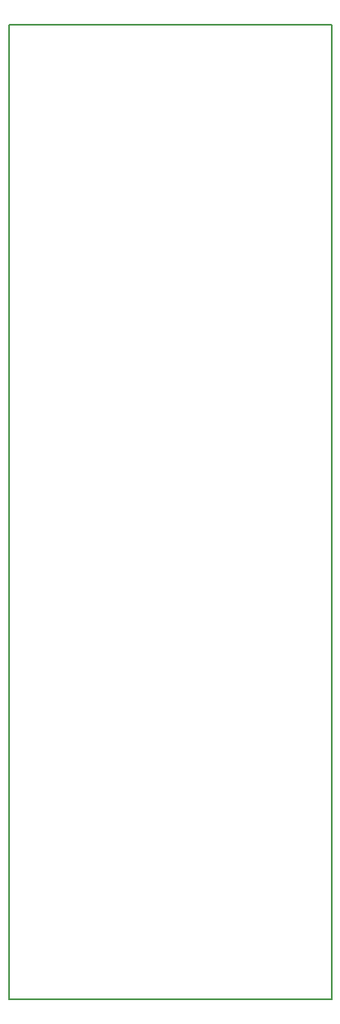
<source format=gm1>
G04 #@! TF.GenerationSoftware,KiCad,Pcbnew,(5.0.0)*
G04 #@! TF.CreationDate,2019-09-04T21:02:57+09:00*
G04 #@! TF.ProjectId,syateki_gun_main,73796174656B695F67756E5F6D61696E,rev?*
G04 #@! TF.SameCoordinates,Original*
G04 #@! TF.FileFunction,Profile,NP*
%FSLAX46Y46*%
G04 Gerber Fmt 4.6, Leading zero omitted, Abs format (unit mm)*
G04 Created by KiCad (PCBNEW (5.0.0)) date 09/04/19 21:02:57*
%MOMM*%
%LPD*%
G01*
G04 APERTURE LIST*
%ADD10C,0.150000*%
G04 APERTURE END LIST*
D10*
X60200000Y-43500000D02*
X27000000Y-43500000D01*
X60200000Y-143500000D02*
X60200000Y-43500000D01*
X27000000Y-143500000D02*
X60200000Y-143500000D01*
X27000000Y-43500000D02*
X27000000Y-143500000D01*
M02*

</source>
